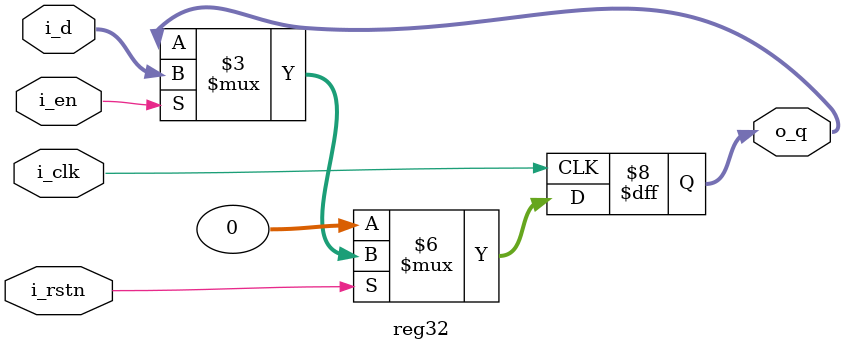
<source format=sv>
module reg32 (
  input  logic        i_clk,
  input  logic        i_rstn,   // 0 -> clear tại posedge
  input  logic        i_en,
  input  logic [31:0] i_d,
  output logic [31:0] o_q
);
  always_ff @(posedge i_clk) begin
    if (!i_rstn)  o_q <= 32'd0;
    else if (i_en) o_q <= i_d;
  end
endmodule

</source>
